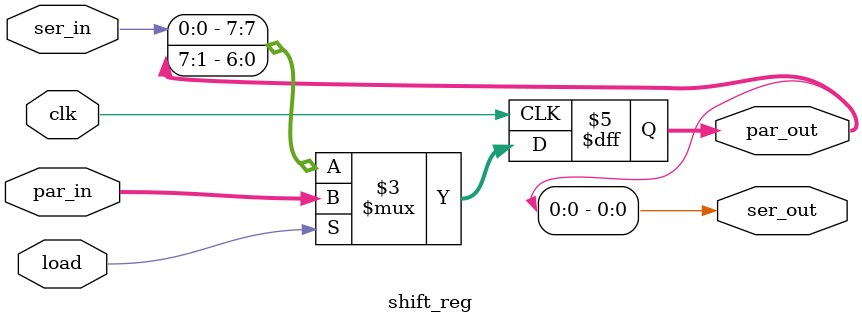
<source format=v>
module shift_reg #(parameter N = 8) (
    input clk,
    input [N-1:0]par_in,
    input ser_in,
    input load,
    output reg [N-1:0]par_out,
    output ser_out
);
always @(posedge clk) begin
    if(load) par_out <= par_in;
    else par_out <= {ser_in, par_out[N-1:1]};
end
assign ser_out = par_out[0];

endmodule

</source>
